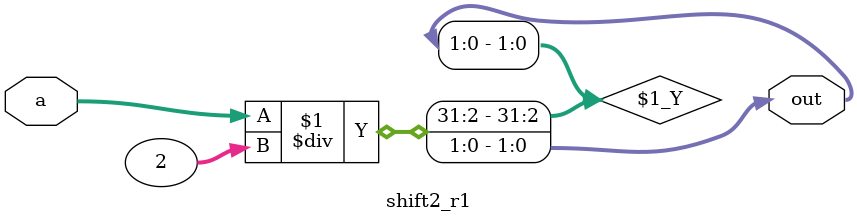
<source format=v>
module shift2_r1(
    input [1:0] a, // 输入a，2
    output [1:0] out // 输出sum
);

assign out = a / 2; // 逻辑右移

endmodule// 64位加法


</source>
